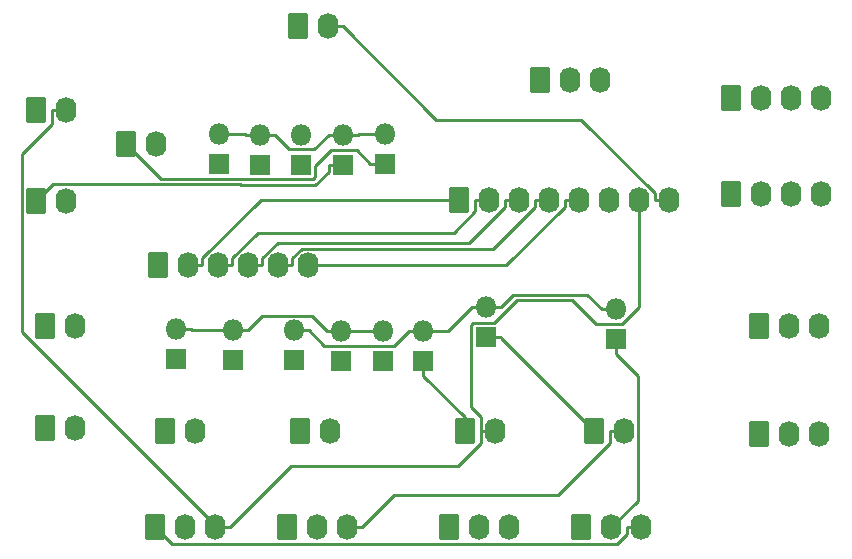
<source format=gbr>
%TF.GenerationSoftware,KiCad,Pcbnew,7.0.9*%
%TF.CreationDate,2023-11-25T10:22:14+10:00*%
%TF.ProjectId,EWS,4557532e-6b69-4636-9164-5f7063625858,rev?*%
%TF.SameCoordinates,Original*%
%TF.FileFunction,Copper,L1,Top*%
%TF.FilePolarity,Positive*%
%FSLAX46Y46*%
G04 Gerber Fmt 4.6, Leading zero omitted, Abs format (unit mm)*
G04 Created by KiCad (PCBNEW 7.0.9) date 2023-11-25 10:22:14*
%MOMM*%
%LPD*%
G01*
G04 APERTURE LIST*
G04 Aperture macros list*
%AMRoundRect*
0 Rectangle with rounded corners*
0 $1 Rounding radius*
0 $2 $3 $4 $5 $6 $7 $8 $9 X,Y pos of 4 corners*
0 Add a 4 corners polygon primitive as box body*
4,1,4,$2,$3,$4,$5,$6,$7,$8,$9,$2,$3,0*
0 Add four circle primitives for the rounded corners*
1,1,$1+$1,$2,$3*
1,1,$1+$1,$4,$5*
1,1,$1+$1,$6,$7*
1,1,$1+$1,$8,$9*
0 Add four rect primitives between the rounded corners*
20,1,$1+$1,$2,$3,$4,$5,0*
20,1,$1+$1,$4,$5,$6,$7,0*
20,1,$1+$1,$6,$7,$8,$9,0*
20,1,$1+$1,$8,$9,$2,$3,0*%
G04 Aperture macros list end*
%TA.AperFunction,ComponentPad*%
%ADD10RoundRect,0.250000X-0.620000X-0.845000X0.620000X-0.845000X0.620000X0.845000X-0.620000X0.845000X0*%
%TD*%
%TA.AperFunction,ComponentPad*%
%ADD11O,1.740000X2.190000*%
%TD*%
%TA.AperFunction,ComponentPad*%
%ADD12R,1.800000X1.800000*%
%TD*%
%TA.AperFunction,ComponentPad*%
%ADD13O,1.800000X1.800000*%
%TD*%
%TA.AperFunction,Conductor*%
%ADD14C,0.250000*%
%TD*%
G04 APERTURE END LIST*
D10*
%TO.P,J2,1,Pin_1*%
%TO.N,Net-(J2-Pin_1)*%
X98552000Y-82824000D03*
D11*
%TO.P,J2,2,Pin_2*%
%TO.N,Net-(J2-Pin_2)*%
X101092000Y-82824000D03*
%TD*%
D10*
%TO.P,SW7,1,1*%
%TO.N,/ROW5*%
X107900000Y-99860000D03*
D11*
%TO.P,SW7,2,2*%
%TO.N,Net-(D8-K)*%
X110440000Y-99860000D03*
%TO.P,SW7,3,3*%
%TO.N,/ROW6*%
X112980000Y-99860000D03*
%TD*%
D12*
%TO.P,D11,1,K*%
%TO.N,Net-(D11-K)*%
X120210000Y-69180000D03*
D13*
%TO.P,D11,2,A*%
%TO.N,/COL6*%
X120210000Y-66640000D03*
%TD*%
D10*
%TO.P,RV1,1,1*%
%TO.N,/ANALOG_5V*%
X158970000Y-82840000D03*
D11*
%TO.P,RV1,2,2*%
%TO.N,/EW_BRIGHT*%
X161510000Y-82840000D03*
%TO.P,RV1,3,3*%
%TO.N,/ANALOG_GND*%
X164050000Y-82840000D03*
%TD*%
D12*
%TO.P,D7,1,K*%
%TO.N,Net-(D7-K)*%
X109670000Y-85650000D03*
D13*
%TO.P,D7,2,A*%
%TO.N,/COL6*%
X109670000Y-83110000D03*
%TD*%
D10*
%TO.P,J5,1,Pin_1*%
%TO.N,/ANALOG_5V*%
X158970000Y-91984000D03*
D11*
%TO.P,J5,2,Pin_2*%
%TO.N,/EW_BRIGHT*%
X161510000Y-91984000D03*
%TO.P,J5,3,Pin_3*%
%TO.N,/ANALOG_GND*%
X164050000Y-91984000D03*
%TD*%
D10*
%TO.P,SW9,1,1*%
%TO.N,Net-(D9-K)*%
X97790000Y-72250000D03*
D11*
%TO.P,SW9,2,2*%
%TO.N,/ROW5*%
X100330000Y-72250000D03*
%TD*%
D12*
%TO.P,D9,1,K*%
%TO.N,Net-(D9-K)*%
X123800000Y-69180000D03*
D13*
%TO.P,D9,2,A*%
%TO.N,/COL7*%
X123800000Y-66640000D03*
%TD*%
D12*
%TO.P,D4,1,K*%
%TO.N,Net-(D4-K)*%
X127150000Y-85810000D03*
D13*
%TO.P,D4,2,A*%
%TO.N,/COL6*%
X127150000Y-83270000D03*
%TD*%
D10*
%TO.P,J1,1,Pin_1*%
%TO.N,Net-(J1-Pin_1)*%
X156670000Y-71640000D03*
D11*
%TO.P,J1,2,Pin_2*%
%TO.N,Net-(J1-Pin_2)*%
X159210000Y-71640000D03*
%TO.P,J1,3,Pin_3*%
%TO.N,Net-(J1-Pin_3)*%
X161750000Y-71640000D03*
%TO.P,J1,4,Pin_4*%
%TO.N,Net-(J1-Pin_4)*%
X164290000Y-71640000D03*
%TD*%
D10*
%TO.P,SW8,1,1*%
%TO.N,Net-(D7-K)*%
X108708000Y-91740000D03*
D11*
%TO.P,SW8,2,2*%
%TO.N,/ROW4*%
X111248000Y-91740000D03*
%TD*%
D12*
%TO.P,D5,1,K*%
%TO.N,Net-(D5-K)*%
X119660000Y-85730000D03*
D13*
%TO.P,D5,2,A*%
%TO.N,/COL5*%
X119660000Y-83190000D03*
%TD*%
D10*
%TO.P,SW10,1,1*%
%TO.N,Net-(D10-K)*%
X105430000Y-67410000D03*
D11*
%TO.P,SW10,2,2*%
%TO.N,/ROW7*%
X107970000Y-67410000D03*
%TD*%
D12*
%TO.P,D13,1,K*%
%TO.N,Net-(D13-K)*%
X116770000Y-69180000D03*
D13*
%TO.P,D13,2,A*%
%TO.N,/COL7*%
X116770000Y-66640000D03*
%TD*%
D10*
%TO.P,J6,1,Pin_1*%
%TO.N,Net-(D13-K)*%
X108150000Y-77690000D03*
D11*
%TO.P,J6,2,Pin_2*%
%TO.N,/ROW0*%
X110690000Y-77690000D03*
%TO.P,J6,3,Pin_3*%
%TO.N,/ROW1*%
X113230000Y-77690000D03*
%TO.P,J6,4,Pin_4*%
%TO.N,/ROW2*%
X115770000Y-77690000D03*
%TO.P,J6,5,Pin_5*%
%TO.N,/ROW3*%
X118310000Y-77690000D03*
%TO.P,J6,6,Pin_6*%
%TO.N,/ROW4*%
X120850000Y-77690000D03*
%TD*%
D12*
%TO.P,D8,1,K*%
%TO.N,Net-(D8-K)*%
X114510000Y-85730000D03*
D13*
%TO.P,D8,2,A*%
%TO.N,/COL6*%
X114510000Y-83190000D03*
%TD*%
D10*
%TO.P,SW12,1,1*%
%TO.N,Net-(D12-K)*%
X97790000Y-64520000D03*
D11*
%TO.P,SW12,2,2*%
%TO.N,/ROW6*%
X100330000Y-64520000D03*
%TD*%
D10*
%TO.P,J3,1,Pin_1*%
%TO.N,Net-(J2-Pin_1)*%
X98552000Y-91460000D03*
D11*
%TO.P,J3,2,Pin_2*%
%TO.N,Net-(J2-Pin_2)*%
X101092000Y-91460000D03*
%TD*%
D10*
%TO.P,SW5,1,1*%
%TO.N,/ROW2*%
X119078000Y-99860000D03*
D11*
%TO.P,SW5,2,2*%
%TO.N,Net-(D6-K)*%
X121618000Y-99860000D03*
%TO.P,SW5,3,3*%
%TO.N,/ROW3*%
X124158000Y-99860000D03*
%TD*%
D10*
%TO.P,J8,1,Pin_1*%
%TO.N,/ROW0*%
X133590000Y-72150000D03*
D11*
%TO.P,J8,2,Pin_2*%
%TO.N,/ROW1*%
X136130000Y-72150000D03*
%TO.P,J8,3,Pin_3*%
%TO.N,/ROW2*%
X138670000Y-72150000D03*
%TO.P,J8,4,Pin_4*%
%TO.N,/ROW3*%
X141210000Y-72150000D03*
%TO.P,J8,5,Pin_5*%
%TO.N,/ROW4*%
X143750000Y-72150000D03*
%TO.P,J8,6,Pin_6*%
%TO.N,/ROW5*%
X146290000Y-72150000D03*
%TO.P,J8,7,Pin_7*%
%TO.N,/ROW6*%
X148830000Y-72150000D03*
%TO.P,J8,8,Pin_8*%
%TO.N,/ROW7*%
X151370000Y-72150000D03*
%TD*%
D10*
%TO.P,SW3,1,1*%
%TO.N,/ROW0*%
X132794000Y-99860000D03*
D11*
%TO.P,SW3,2,2*%
%TO.N,Net-(D4-K)*%
X135334000Y-99860000D03*
%TO.P,SW3,3,3*%
%TO.N,/ROW1*%
X137874000Y-99860000D03*
%TD*%
D12*
%TO.P,D2,1,K*%
%TO.N,Net-(D2-K)*%
X146900000Y-83940000D03*
D13*
%TO.P,D2,2,A*%
%TO.N,/COL5*%
X146900000Y-81400000D03*
%TD*%
D10*
%TO.P,J7,1,Pin_1*%
%TO.N,/COL5*%
X140462000Y-61976000D03*
D11*
%TO.P,J7,2,Pin_2*%
%TO.N,/COL6*%
X143002000Y-61976000D03*
%TO.P,J7,3,Pin_3*%
%TO.N,/COL7*%
X145542000Y-61976000D03*
%TD*%
D12*
%TO.P,D12,1,K*%
%TO.N,Net-(D12-K)*%
X113284000Y-69088000D03*
D13*
%TO.P,D12,2,A*%
%TO.N,/COL7*%
X113284000Y-66548000D03*
%TD*%
D10*
%TO.P,J4,1,Pin_1*%
%TO.N,Net-(J1-Pin_1)*%
X156670000Y-63492000D03*
D11*
%TO.P,J4,2,Pin_2*%
%TO.N,Net-(J1-Pin_2)*%
X159210000Y-63492000D03*
%TO.P,J4,3,Pin_3*%
%TO.N,Net-(J1-Pin_3)*%
X161750000Y-63492000D03*
%TO.P,J4,4,Pin_4*%
%TO.N,Net-(J1-Pin_4)*%
X164290000Y-63492000D03*
%TD*%
D10*
%TO.P,SW1,1,1*%
%TO.N,/ROW4*%
X143970000Y-99860000D03*
D11*
%TO.P,SW1,2,2*%
%TO.N,Net-(D2-K)*%
X146510000Y-99860000D03*
%TO.P,SW1,3,3*%
%TO.N,/ROW5*%
X149050000Y-99860000D03*
%TD*%
D12*
%TO.P,D1,1,K*%
%TO.N,Net-(D1-K)*%
X135900000Y-83780000D03*
D13*
%TO.P,D1,2,A*%
%TO.N,/COL5*%
X135900000Y-81240000D03*
%TD*%
D12*
%TO.P,D10,1,K*%
%TO.N,Net-(D10-K)*%
X127310000Y-69110000D03*
D13*
%TO.P,D10,2,A*%
%TO.N,/COL7*%
X127310000Y-66570000D03*
%TD*%
D10*
%TO.P,SW2,1,1*%
%TO.N,Net-(D1-K)*%
X145030000Y-91740000D03*
D11*
%TO.P,SW2,2,2*%
%TO.N,/ROW3*%
X147570000Y-91740000D03*
%TD*%
D12*
%TO.P,D3,1,K*%
%TO.N,Net-(D3-K)*%
X130590000Y-85810000D03*
D13*
%TO.P,D3,2,A*%
%TO.N,/COL5*%
X130590000Y-83270000D03*
%TD*%
D10*
%TO.P,SW4,1,1*%
%TO.N,Net-(D3-K)*%
X134108000Y-91740000D03*
D11*
%TO.P,SW4,2,2*%
%TO.N,/ROW6*%
X136648000Y-91740000D03*
%TD*%
D12*
%TO.P,D6,1,K*%
%TO.N,Net-(D6-K)*%
X123640000Y-85765000D03*
D13*
%TO.P,D6,2,A*%
%TO.N,/COL6*%
X123640000Y-83225000D03*
%TD*%
D10*
%TO.P,SW11,1,A*%
%TO.N,Net-(D11-K)*%
X120010000Y-57400000D03*
D11*
%TO.P,SW11,2,B*%
%TO.N,/ROW7*%
X122550000Y-57400000D03*
%TD*%
D10*
%TO.P,SW6,1,1*%
%TO.N,Net-(D5-K)*%
X120138000Y-91740000D03*
D11*
%TO.P,SW6,2,2*%
%TO.N,/ROW7*%
X122678000Y-91740000D03*
%TD*%
D14*
%TO.N,Net-(D1-K)*%
X137125300Y-83835300D02*
X145030000Y-91740000D01*
X137125300Y-83780000D02*
X137125300Y-83835300D01*
X135900000Y-83780000D02*
X137125300Y-83780000D01*
%TO.N,/COL5*%
X145674700Y-81400000D02*
X144470900Y-80196200D01*
X130590000Y-83270000D02*
X129364700Y-83270000D01*
X144470900Y-80196200D02*
X138169100Y-80196200D01*
X146900000Y-81400000D02*
X145674700Y-81400000D01*
X122190700Y-84495400D02*
X120885300Y-83190000D01*
X119660000Y-83190000D02*
X120885300Y-83190000D01*
X128139300Y-84495400D02*
X122190700Y-84495400D01*
X138169100Y-80196200D02*
X137125300Y-81240000D01*
X134674700Y-81240000D02*
X132644700Y-83270000D01*
X129364700Y-83270000D02*
X128139300Y-84495400D01*
X135900000Y-81240000D02*
X137125300Y-81240000D01*
X135287400Y-81240000D02*
X135900000Y-81240000D01*
X135287400Y-81240000D02*
X134674700Y-81240000D01*
X132644700Y-83270000D02*
X130590000Y-83270000D01*
%TO.N,Net-(D2-K)*%
X146900000Y-85165300D02*
X148771500Y-87036800D01*
X148771500Y-87036800D02*
X148771500Y-97598500D01*
X146900000Y-83940000D02*
X146900000Y-85165300D01*
X148771500Y-97598500D02*
X146510000Y-99860000D01*
%TO.N,Net-(D3-K)*%
X134108000Y-90553300D02*
X134108000Y-91740000D01*
X130590000Y-85810000D02*
X130590000Y-87035300D01*
X130590000Y-87035300D02*
X134108000Y-90553300D01*
%TO.N,/COL6*%
X127150000Y-83270000D02*
X125924700Y-83270000D01*
X123640000Y-83225000D02*
X125879700Y-83225000D01*
X116960600Y-81964700D02*
X115735300Y-83190000D01*
X114510000Y-83190000D02*
X115735300Y-83190000D01*
X123640000Y-83225000D02*
X122414700Y-83225000D01*
X125879700Y-83225000D02*
X125924700Y-83270000D01*
X122414700Y-83225000D02*
X121154400Y-81964700D01*
X110975300Y-83190000D02*
X110895300Y-83110000D01*
X114510000Y-83190000D02*
X110975300Y-83190000D01*
X109670000Y-83110000D02*
X110895300Y-83110000D01*
X121154400Y-81964700D02*
X116960600Y-81964700D01*
%TO.N,Net-(D9-K)*%
X123800000Y-69180000D02*
X122574700Y-69180000D01*
X121452000Y-70860000D02*
X122574700Y-69737300D01*
X122574700Y-69737300D02*
X122574700Y-69180000D01*
X115076500Y-70799300D02*
X115137200Y-70860000D01*
X97790000Y-72250000D02*
X99240700Y-70799300D01*
X99240700Y-70799300D02*
X115076500Y-70799300D01*
X115137200Y-70860000D02*
X121452000Y-70860000D01*
%TO.N,Net-(D10-K)*%
X121435300Y-69246900D02*
X121435300Y-70214800D01*
X122727600Y-67954600D02*
X121435300Y-69246900D01*
X126084700Y-69110000D02*
X124929300Y-67954600D01*
X115488200Y-70348900D02*
X108368900Y-70348900D01*
X121244800Y-70405300D02*
X115544600Y-70405300D01*
X127310000Y-69110000D02*
X126084700Y-69110000D01*
X124929300Y-67954600D02*
X122727600Y-67954600D01*
X115544600Y-70405300D02*
X115488200Y-70348900D01*
X108368900Y-70348900D02*
X105430000Y-67410000D01*
X121435300Y-70214800D02*
X121244800Y-70405300D01*
%TO.N,/COL7*%
X115452700Y-66548000D02*
X115544700Y-66640000D01*
X116770000Y-66640000D02*
X115544700Y-66640000D01*
X125095300Y-66570000D02*
X125025300Y-66640000D01*
X113284000Y-66548000D02*
X115452700Y-66548000D01*
X123800000Y-66640000D02*
X125025300Y-66640000D01*
X117995300Y-66640000D02*
X119220600Y-67865300D01*
X116770000Y-66640000D02*
X117995300Y-66640000D01*
X121349400Y-67865300D02*
X122574700Y-66640000D01*
X119220600Y-67865300D02*
X121349400Y-67865300D01*
X127310000Y-66570000D02*
X125095300Y-66570000D01*
X123800000Y-66640000D02*
X122574700Y-66640000D01*
%TO.N,/ROW0*%
X116827600Y-72150000D02*
X133590000Y-72150000D01*
X110690000Y-77690000D02*
X111885300Y-77690000D01*
X111885300Y-77690000D02*
X111885300Y-77092300D01*
X111885300Y-77092300D02*
X116827600Y-72150000D01*
%TO.N,/ROW1*%
X134934700Y-73121200D02*
X133146700Y-74909200D01*
X114425300Y-77092300D02*
X114425300Y-77690000D01*
X134934700Y-72150000D02*
X134934700Y-73121200D01*
X113230000Y-77690000D02*
X114425300Y-77690000D01*
X116608400Y-74909200D02*
X114425300Y-77092300D01*
X133146700Y-74909200D02*
X116608400Y-74909200D01*
X136130000Y-72150000D02*
X134934700Y-72150000D01*
%TO.N,/ROW2*%
X138670000Y-72150000D02*
X137474700Y-72150000D01*
X115770000Y-77690000D02*
X116965300Y-77690000D01*
X134442800Y-75779500D02*
X118278100Y-75779500D01*
X118278100Y-75779500D02*
X116965300Y-77092300D01*
X116965300Y-77092300D02*
X116965300Y-77690000D01*
X137474700Y-72747600D02*
X134442800Y-75779500D01*
X137474700Y-72150000D02*
X137474700Y-72747600D01*
%TO.N,/ROW3*%
X146374700Y-91740000D02*
X146374700Y-92711200D01*
X124158000Y-99860000D02*
X125353300Y-99860000D01*
X119505300Y-77092300D02*
X120328000Y-76269600D01*
X119505300Y-77690000D02*
X119505300Y-77092300D01*
X141210000Y-72150000D02*
X140014700Y-72150000D01*
X128109300Y-97104000D02*
X125353300Y-99860000D01*
X120328000Y-76269600D02*
X136492700Y-76269600D01*
X146374700Y-92711200D02*
X141981900Y-97104000D01*
X140014700Y-72747600D02*
X140014700Y-72150000D01*
X136492700Y-76269600D02*
X140014700Y-72747600D01*
X147570000Y-91740000D02*
X146374700Y-91740000D01*
X141981900Y-97104000D02*
X128109300Y-97104000D01*
X118310000Y-77690000D02*
X119505300Y-77690000D01*
%TO.N,/ROW4*%
X137612300Y-77690000D02*
X120850000Y-77690000D01*
X142554700Y-72150000D02*
X142554700Y-72747600D01*
X143750000Y-72150000D02*
X142554700Y-72150000D01*
X142554700Y-72747600D02*
X137612300Y-77690000D01*
%TO.N,/ROW5*%
X147854700Y-100457600D02*
X147022000Y-101290300D01*
X147854700Y-99860000D02*
X147854700Y-100457600D01*
X149050000Y-99860000D02*
X147854700Y-99860000D01*
X109330300Y-101290300D02*
X107900000Y-99860000D01*
X147022000Y-101290300D02*
X109330300Y-101290300D01*
%TO.N,/ROW6*%
X148830000Y-72150000D02*
X148830000Y-81232400D01*
X134598200Y-82748500D02*
X134598200Y-89690200D01*
X135452700Y-92742600D02*
X135452700Y-91740000D01*
X96583900Y-83304200D02*
X96583900Y-68266100D01*
X134792100Y-82554600D02*
X134598200Y-82748500D01*
X145171100Y-82670000D02*
X143147700Y-80646600D01*
X96583900Y-68266100D02*
X99134700Y-65715300D01*
X113577700Y-99860000D02*
X113139700Y-99860000D01*
X114175300Y-99860000D02*
X119379000Y-94656300D01*
X143147700Y-80646600D02*
X138493600Y-80646600D01*
X119379000Y-94656300D02*
X133539000Y-94656300D01*
X134598200Y-89690200D02*
X135452700Y-90544700D01*
X113139700Y-99860000D02*
X96583900Y-83304200D01*
X133539000Y-94656300D02*
X135452700Y-92742600D01*
X112980000Y-99860000D02*
X113139700Y-99860000D01*
X113577700Y-99860000D02*
X114175300Y-99860000D01*
X147392400Y-82670000D02*
X145171100Y-82670000D01*
X100330000Y-64520000D02*
X99134700Y-64520000D01*
X136648000Y-91740000D02*
X135452700Y-91740000D01*
X136585600Y-82554600D02*
X134792100Y-82554600D01*
X148830000Y-81232400D02*
X147392400Y-82670000D01*
X135452700Y-90544700D02*
X135452700Y-91740000D01*
X99134700Y-65715300D02*
X99134700Y-64520000D01*
X138493600Y-80646600D02*
X136585600Y-82554600D01*
%TO.N,/ROW7*%
X143966900Y-65344600D02*
X131689900Y-65344600D01*
X122550000Y-57400000D02*
X123745300Y-57400000D01*
X150174700Y-71552400D02*
X143966900Y-65344600D01*
X131689900Y-65344600D02*
X123745300Y-57400000D01*
X151370000Y-72150000D02*
X150174700Y-72150000D01*
X150174700Y-72150000D02*
X150174700Y-71552400D01*
%TD*%
M02*

</source>
